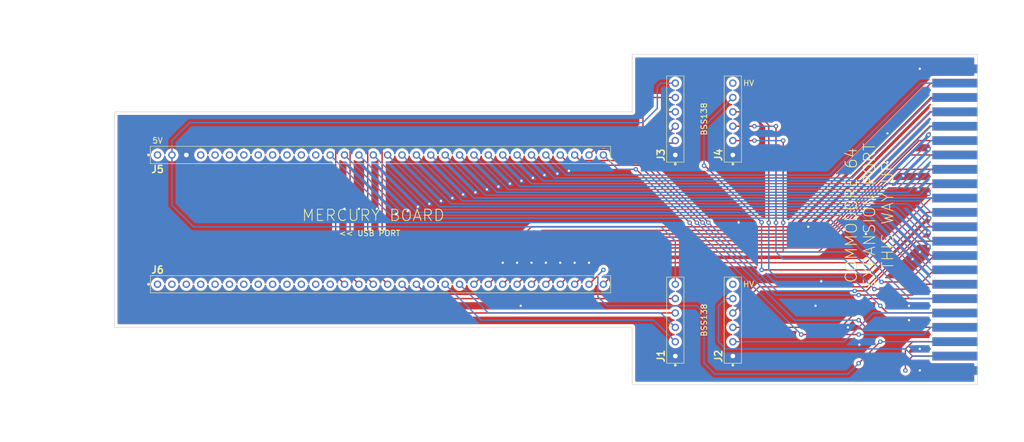
<source format=kicad_pcb>
(kicad_pcb (version 20171130) (host pcbnew "(5.1.12)-1")
  (layers (0 F.Cu signal) (1 In1.Cu_gnd power) (2 In2.Cu_pwr power) (31 B.Cu signal) (34 B.Paste user) (35 F.Paste user) (36 B.SilkS user) (37 F.SilkS user) (38 B.Mask user) (39 F.Mask user) (44 Edge.Cuts user))
  (net 0 "")
  (net 1 C64_1_GND)
  (net 2 /CLK1)
  (net 3 /CLK0)
  (net 4 /DIO5)
  (net 5 /DIO4)
  (net 6 +3V3)
  (net 7 C64_E_PHI2)
  (net 8 C64_6_DOTCLK)
  (net 9 C64_B_ROMH)
  (net 10 C64_11_ROML)
  (net 11 C64_2_5V)
  (net 12 /DIO3)
  (net 13 /DIO2)
  (net 14 /DIO1)
  (net 15 /DIO0)
  (net 16 C64_9_EXROM)
  (net 17 C64_8_GAME)
  (net 18 C64_5_RW)
  (net 19 C64_12_BA)
  (net 20 /MercuryDIP/TCK)
  (net 21 /MercuryDIP/TDO)
  (net 22 /MercuryDIP/TDI)
  (net 23 /MercuryDIP/TMS)
  (net 24 /MercuryDIP/FPGA_PROG)
  (net 25 /MercuryDIP/FPGA_IN_3)
  (net 26 /MercuryDIP/FPGA_IN_2)
  (net 27 /MercuryDIP/FPGA_IN_1)
  (net 28 /MercuryDIP/FPGA_IN_0)
  (net 29 C64_4_IRQ)
  (net 30 C64_7_IO1)
  (net 31 C64_10_IO2)
  (net 32 C64_D_NMI)
  (net 33 C64_13_DMA)
  (net 34 C64_C_RESET)
  (net 35 /MercuryDIP/DIRECT_IO_6)
  (net 36 /MercuryDIP/ADC_VREF)
  (net 37 /MercuryDIP/ADC_CH7)
  (net 38 /MercuryDIP/ADC_CH6)
  (net 39 /MercuryDIP/ADC_CH5)
  (net 40 /MercuryDIP/ADC_CH4)
  (net 41 /MercuryDIP/ADC_CH3)
  (net 42 /MercuryDIP/ADC_CH2)
  (net 43 /MercuryDIP/ADC_CH1)
  (net 44 /MercuryDIP/ADC_CH0)
  (net 45 /MercuryDIP/LED_3)
  (net 46 /MercuryDIP/LED_2)
  (net 47 /MercuryDIP/LED_1)
  (net 48 /MercuryDIP/LED_0)
  (net 49 C64_F_A15)
  (net 50 C64_H_A14)
  (net 51 C64_J_A13)
  (net 52 C64_K_A12)
  (net 53 C64_L_A11)
  (net 54 C64_M_A10)
  (net 55 C64_N_A9)
  (net 56 C64_P_A8)
  (net 57 C64_R_A7)
  (net 58 C64_S_A6)
  (net 59 C64_T_A5)
  (net 60 C64_U_A4)
  (net 61 C64_V_A3)
  (net 62 C64_W_A2)
  (net 63 C64_X_A1)
  (net 64 C64_Y_A0)
  (net 65 /DATA7)
  (net 66 /DATA6)
  (net 67 /DATA5)
  (net 68 /DATA4)
  (net 69 /DATA3)
  (net 70 /DATA2)
  (net 71 /DATA1)
  (net 72 /DATA0)
  (module C64:C64-Cart (layer F.Cu) (at 220.98 116.84 90)
    (fp_text reference C64 hide)
    (fp_text value Conn_02x22_Counter_Clockwise hide)
    (pad N smd rect (at 30.48 -3.938274 90) (size 1.524 8) (layers B.Cu B.Paste B.Mask) (net 55 C64_N_A9))
    (pad P smd rect (at 33.02 -3.938274 90) (size 1.524 8) (layers B.Cu B.Paste B.Mask) (net 56 C64_P_A8))
    (pad T smd rect (at 40.64 -3.938274 90) (size 1.524 8) (layers B.Cu B.Paste B.Mask) (net 59 C64_T_A5))
    (pad S smd rect (at 38.1 -3.938274 90) (size 1.524 8) (layers B.Cu B.Paste B.Mask) (net 58 C64_S_A6))
    (pad R smd rect (at 35.56 -3.938274 90) (size 1.524 8) (layers B.Cu B.Paste B.Mask) (net 57 C64_R_A7))
    (pad Z smd rect (at 55.88 -3.938274 90) (size 1.524 8) (layers B.Cu B.Paste B.Mask) (net 1 C64_1_GND))
    (pad Y smd rect (at 53.34 -3.938274 90) (size 1.524 8) (layers B.Cu B.Paste B.Mask) (net 64 C64_Y_A0))
    (pad X smd rect (at 50.8 -3.938274 90) (size 1.524 8) (layers B.Cu B.Paste B.Mask) (net 63 C64_X_A1))
    (pad W smd rect (at 48.26 -3.938274 90) (size 1.524 8) (layers B.Cu B.Paste B.Mask) (net 62 C64_W_A2))
    (pad V smd rect (at 45.72 -3.938274 90) (size 1.524 8) (layers B.Cu B.Paste B.Mask) (net 61 C64_V_A3))
    (pad U smd rect (at 43.18 -3.938274 90) (size 1.524 8) (layers B.Cu B.Paste B.Mask) (net 60 C64_U_A4))
    (pad A smd rect (at 2.54 -3.938274 90) (size 1.524 8) (layers B.Cu B.Paste B.Mask) (net 1 C64_1_GND))
    (pad E smd rect (at 12.7 -3.938274 90) (size 1.524 8) (layers B.Cu B.Paste B.Mask) (net 7 C64_E_PHI2))
    (pad D smd rect (at 10.16 -3.938274 90) (size 1.524 8) (layers B.Cu B.Paste B.Mask) (net 32 C64_D_NMI))
    (pad C smd rect (at 7.62 -3.938274 90) (size 1.524 8) (layers B.Cu B.Paste B.Mask) (net 34 C64_C_RESET))
    (pad B smd rect (at 5.08 -3.938274 90) (size 1.524 8) (layers B.Cu B.Paste B.Mask) (net 9 C64_B_ROMH))
    (pad M smd rect (at 27.94 -3.938274 90) (size 1.524 8) (layers B.Cu B.Paste B.Mask) (net 54 C64_M_A10))
    (pad L smd rect (at 25.4 -3.938274 90) (size 1.524 8) (layers B.Cu B.Paste B.Mask) (net 53 C64_L_A11))
    (pad K smd rect (at 22.86 -3.938274 90) (size 1.524 8) (layers B.Cu B.Paste B.Mask) (net 52 C64_K_A12))
    (pad J smd rect (at 20.32 -3.938274 90) (size 1.524 8) (layers B.Cu B.Paste B.Mask) (net 51 C64_J_A13))
    (pad H smd rect (at 17.78 -3.938274 90) (size 1.524 8) (layers B.Cu B.Paste B.Mask) (net 50 C64_H_A14))
    (pad F smd rect (at 15.24 -3.938274 90) (size 1.524 8) (layers B.Cu B.Paste B.Mask) (net 49 C64_F_A15))
    (pad 22 smd rect (at 55.88 -3.938274 270) (size 1.524 8) (layers F.Cu F.Paste F.Mask) (net 1 C64_1_GND))
    (pad 21 smd rect (at 53.34 -3.938274 270) (size 1.524 8) (layers F.Cu F.Paste F.Mask) (net 72 /DATA0))
    (pad 20 smd rect (at 50.8 -3.938274 270) (size 1.524 8) (layers F.Cu F.Paste F.Mask) (net 71 /DATA1))
    (pad 19 smd rect (at 48.26 -3.938274 270) (size 1.524 8) (layers F.Cu F.Paste F.Mask) (net 70 /DATA2))
    (pad 18 smd rect (at 45.72 -3.938274 270) (size 1.524 8) (layers F.Cu F.Paste F.Mask) (net 69 /DATA3))
    (pad 17 smd rect (at 43.18 -3.938274 270) (size 1.524 8) (layers F.Cu F.Paste F.Mask) (net 68 /DATA4))
    (pad 16 smd rect (at 40.64 -3.938274 270) (size 1.524 8) (layers F.Cu F.Paste F.Mask) (net 67 /DATA5))
    (pad 15 smd rect (at 38.1 -3.938274 270) (size 1.524 8) (layers F.Cu F.Paste F.Mask) (net 66 /DATA6))
    (pad 3 smd rect (at 7.62 -3.938274 270) (size 1.524 8) (layers F.Cu F.Paste F.Mask) (net 11 C64_2_5V))
    (pad 2 smd rect (at 5.08 -3.938274 270) (size 1.524 8) (layers F.Cu F.Paste F.Mask) (net 11 C64_2_5V))
    (pad 12 smd rect (at 30.48 -3.938274 270) (size 1.524 8) (layers F.Cu F.Paste F.Mask) (net 19 C64_12_BA))
    (pad 14 smd rect (at 35.56 -3.938274 270) (size 1.524 8) (layers F.Cu F.Paste F.Mask) (net 65 /DATA7))
    (pad 13 smd rect (at 33.02 -3.938274 270) (size 1.524 8) (layers F.Cu F.Paste F.Mask) (net 33 C64_13_DMA))
    (pad 11 smd rect (at 27.94 -3.938274 270) (size 1.524 8) (layers F.Cu F.Paste F.Mask) (net 10 C64_11_ROML))
    (pad 10 smd rect (at 25.4 -3.938274 270) (size 1.524 8) (layers F.Cu F.Paste F.Mask) (net 31 C64_10_IO2))
    (pad 9 smd rect (at 22.86 -3.938274 270) (size 1.524 8) (layers F.Cu F.Paste F.Mask) (net 16 C64_9_EXROM))
    (pad 8 smd rect (at 20.32 -3.938274 270) (size 1.524 8) (layers F.Cu F.Paste F.Mask) (net 17 C64_8_GAME))
    (pad 7 smd rect (at 17.78 -3.938274 270) (size 1.524 8) (layers F.Cu F.Paste F.Mask) (net 30 C64_7_IO1))
    (pad 6 smd rect (at 15.24 -3.938274 270) (size 1.524 8) (layers F.Cu F.Paste F.Mask) (net 8 C64_6_DOTCLK))
    (pad 5 smd rect (at 12.7 -3.938274 270) (size 1.524 8) (layers F.Cu F.Paste F.Mask) (net 18 C64_5_RW))
    (pad 4 smd rect (at 10.16 -3.938274 270) (size 1.524 8) (layers F.Cu F.Paste F.Mask) (net 29 C64_4_IRQ))
    (pad 1 smd rect (at 2.54 -3.938274 270) (size 1.524 8) (layers F.Cu F.Paste F.Mask) (net 1 C64_1_GND))
  )
  (module Samac:CES-106-XX-Y-S (layer F.Cu) (at 177.8 76.2 90)
    (fp_text reference J4 (at 0 -2.54 90) (layer F.SilkS) (effects (font (size 1.27 1.27) (thickness 0.254))))
    (fp_text value CES-106-01-T-S hide)
    (fp_circle (center -1.6 0) (end -1.6 0.05) (layer F.SilkS) (width 0.2))
    (fp_line (start -1.27 1.525) (end -1.27 -1.525) (layer F.SilkS) (width 0.1))
    (fp_line (start 13.97 1.525) (end -1.27 1.525) (layer F.SilkS) (width 0.1))
    (fp_line (start 13.97 -1.525) (end 13.97 1.525) (layer F.SilkS) (width 0.1))
    (fp_line (start -1.27 -1.525) (end 13.97 -1.525) (layer F.SilkS) (width 0.1))
    (pad 6 thru_hole circle (at 12.7 0 90) (size 1.31 1.31) (drill 0.81) (layers *.Cu *.Mask) (net 11 C64_2_5V))
    (pad 5 thru_hole circle (at 10.16 0 90) (size 1.31 1.31) (drill 0.81) (layers *.Cu *.Mask) (net 19 C64_12_BA))
    (pad 4 thru_hole circle (at 7.62 0 90) (size 1.31 1.31) (drill 0.81) (layers *.Cu *.Mask) (net 18 C64_5_RW))
    (pad 3 thru_hole circle (at 5.08 0 90) (size 1.31 1.31) (drill 0.81) (layers *.Cu *.Mask) (net 17 C64_8_GAME))
    (pad 2 thru_hole circle (at 2.54 0 90) (size 1.31 1.31) (drill 0.81) (layers *.Cu *.Mask) (net 16 C64_9_EXROM))
    (pad 1 thru_hole circle (at 0 0 90) (size 1.31 1.31) (drill 0.81) (layers *.Cu *.Mask) (net 1 C64_1_GND))
  )
  (module Samac:CES-106-XX-Y-S (layer F.Cu) (at 167.64 111.76 90)
    (fp_text reference J1 (at 0 -2.54 90) (layer F.SilkS) (effects (font (size 1.27 1.27) (thickness 0.254))))
    (fp_text value CES-106-01-T-S hide)
    (fp_circle (center -1.6 0) (end -1.6 0.05) (layer F.SilkS) (width 0.2))
    (fp_line (start -1.27 1.525) (end -1.27 -1.525) (layer F.SilkS) (width 0.1))
    (fp_line (start 13.97 1.525) (end -1.27 1.525) (layer F.SilkS) (width 0.1))
    (fp_line (start 13.97 -1.525) (end 13.97 1.525) (layer F.SilkS) (width 0.1))
    (fp_line (start -1.27 -1.525) (end 13.97 -1.525) (layer F.SilkS) (width 0.1))
    (pad 6 thru_hole circle (at 12.7 0 90) (size 1.31 1.31) (drill 0.81) (layers *.Cu *.Mask) (net 6 +3V3))
    (pad 5 thru_hole circle (at 10.16 0 90) (size 1.31 1.31) (drill 0.81) (layers *.Cu *.Mask) (net 4 /DIO5))
    (pad 4 thru_hole circle (at 7.62 0 90) (size 1.31 1.31) (drill 0.81) (layers *.Cu *.Mask) (net 5 /DIO4))
    (pad 3 thru_hole circle (at 5.08 0 90) (size 1.31 1.31) (drill 0.81) (layers *.Cu *.Mask) (net 2 /CLK1))
    (pad 2 thru_hole circle (at 2.54 0 90) (size 1.31 1.31) (drill 0.81) (layers *.Cu *.Mask) (net 3 /CLK0))
    (pad 1 thru_hole circle (at 0 0 90) (size 1.31 1.31) (drill 0.81) (layers *.Cu *.Mask) (net 1 C64_1_GND))
  )
  (module Samac:CES-106-XX-Y-S (layer F.Cu) (at 177.8 111.76 90)
    (fp_text reference J2 (at 0 -2.54 90) (layer F.SilkS) (effects (font (size 1.27 1.27) (thickness 0.254))))
    (fp_text value CES-106-01-T-S hide)
    (fp_circle (center -1.6 0) (end -1.6 0.05) (layer F.SilkS) (width 0.2))
    (fp_line (start -1.27 1.525) (end -1.27 -1.525) (layer F.SilkS) (width 0.1))
    (fp_line (start 13.97 1.525) (end -1.27 1.525) (layer F.SilkS) (width 0.1))
    (fp_line (start 13.97 -1.525) (end 13.97 1.525) (layer F.SilkS) (width 0.1))
    (fp_line (start -1.27 -1.525) (end 13.97 -1.525) (layer F.SilkS) (width 0.1))
    (pad 6 thru_hole circle (at 12.7 0 90) (size 1.31 1.31) (drill 0.81) (layers *.Cu *.Mask) (net 11 C64_2_5V))
    (pad 5 thru_hole circle (at 10.16 0 90) (size 1.31 1.31) (drill 0.81) (layers *.Cu *.Mask) (net 9 C64_B_ROMH))
    (pad 4 thru_hole circle (at 7.62 0 90) (size 1.31 1.31) (drill 0.81) (layers *.Cu *.Mask) (net 10 C64_11_ROML))
    (pad 3 thru_hole circle (at 5.08 0 90) (size 1.31 1.31) (drill 0.81) (layers *.Cu *.Mask) (net 8 C64_6_DOTCLK))
    (pad 2 thru_hole circle (at 2.54 0 90) (size 1.31 1.31) (drill 0.81) (layers *.Cu *.Mask) (net 7 C64_E_PHI2))
    (pad 1 thru_hole circle (at 0 0 90) (size 1.31 1.31) (drill 0.81) (layers *.Cu *.Mask) (net 1 C64_1_GND))
  )
  (module Samac:CES-132-XX-Y-S (layer F.Cu) (at 76.2 99.06)
    (fp_text reference J6 (at 0 -2.54) (layer F.SilkS) (effects (font (size 1.27 1.27) (thickness 0.254))))
    (fp_text value CES-132-02-T-S hide)
    (fp_circle (center -1.6 0) (end -1.6 0.05) (layer F.SilkS) (width 0.2))
    (fp_line (start -1.27 1.525) (end -1.27 -1.525) (layer F.SilkS) (width 0.1))
    (fp_line (start 80.01 1.525) (end -1.27 1.525) (layer F.SilkS) (width 0.1))
    (fp_line (start 80.01 -1.525) (end 80.01 1.525) (layer F.SilkS) (width 0.1))
    (fp_line (start -1.27 -1.525) (end 80.01 -1.525) (layer F.SilkS) (width 0.1))
    (pad 32 thru_hole circle (at 78.74 0) (size 1.31 1.31) (drill 0.81) (layers *.Cu *.Mask) (net 33 C64_13_DMA))
    (pad 31 thru_hole circle (at 76.2 0) (size 1.31 1.31) (drill 0.81) (layers *.Cu *.Mask) (net 34 C64_C_RESET))
    (pad 30 thru_hole circle (at 73.66 0) (size 1.31 1.31) (drill 0.81) (layers *.Cu *.Mask) (net 65 /DATA7))
    (pad 29 thru_hole circle (at 71.12 0) (size 1.31 1.31) (drill 0.81) (layers *.Cu *.Mask) (net 66 /DATA6))
    (pad 28 thru_hole circle (at 68.58 0) (size 1.31 1.31) (drill 0.81) (layers *.Cu *.Mask) (net 67 /DATA5))
    (pad 27 thru_hole circle (at 66.04 0) (size 1.31 1.31) (drill 0.81) (layers *.Cu *.Mask) (net 68 /DATA4))
    (pad 26 thru_hole circle (at 63.5 0) (size 1.31 1.31) (drill 0.81) (layers *.Cu *.Mask) (net 69 /DATA3))
    (pad 25 thru_hole circle (at 60.96 0) (size 1.31 1.31) (drill 0.81) (layers *.Cu *.Mask) (net 70 /DATA2))
    (pad 24 thru_hole circle (at 58.42 0) (size 1.31 1.31) (drill 0.81) (layers *.Cu *.Mask) (net 71 /DATA1))
    (pad 23 thru_hole circle (at 55.88 0) (size 1.31 1.31) (drill 0.81) (layers *.Cu *.Mask) (net 72 /DATA0))
    (pad 22 thru_hole circle (at 53.34 0) (size 1.31 1.31) (drill 0.81) (layers *.Cu *.Mask) (net 2 /CLK1))
    (pad 21 thru_hole circle (at 50.8 0) (size 1.31 1.31) (drill 0.81) (layers *.Cu *.Mask) (net 3 /CLK0))
    (pad 20 thru_hole circle (at 48.26 0) (size 1.31 1.31) (drill 0.81) (layers *.Cu *.Mask) (net 35 /MercuryDIP/DIRECT_IO_6))
    (pad 19 thru_hole circle (at 45.72 0) (size 1.31 1.31) (drill 0.81) (layers *.Cu *.Mask) (net 4 /DIO5))
    (pad 18 thru_hole circle (at 43.18 0) (size 1.31 1.31) (drill 0.81) (layers *.Cu *.Mask) (net 5 /DIO4))
    (pad 17 thru_hole circle (at 40.64 0) (size 1.31 1.31) (drill 0.81) (layers *.Cu *.Mask) (net 12 /DIO3))
    (pad 16 thru_hole circle (at 38.1 0) (size 1.31 1.31) (drill 0.81) (layers *.Cu *.Mask) (net 13 /DIO2))
    (pad 15 thru_hole circle (at 35.56 0) (size 1.31 1.31) (drill 0.81) (layers *.Cu *.Mask) (net 14 /DIO1))
    (pad 14 thru_hole circle (at 33.02 0) (size 1.31 1.31) (drill 0.81) (layers *.Cu *.Mask) (net 15 /DIO0))
    (pad 13 thru_hole circle (at 30.48 0) (size 1.31 1.31) (drill 0.81) (layers *.Cu *.Mask) (net 36 /MercuryDIP/ADC_VREF))
    (pad 12 thru_hole circle (at 27.94 0) (size 1.31 1.31) (drill 0.81) (layers *.Cu *.Mask) (net 37 /MercuryDIP/ADC_CH7))
    (pad 11 thru_hole circle (at 25.4 0) (size 1.31 1.31) (drill 0.81) (layers *.Cu *.Mask) (net 38 /MercuryDIP/ADC_CH6))
    (pad 10 thru_hole circle (at 22.86 0) (size 1.31 1.31) (drill 0.81) (layers *.Cu *.Mask) (net 39 /MercuryDIP/ADC_CH5))
    (pad 9 thru_hole circle (at 20.32 0) (size 1.31 1.31) (drill 0.81) (layers *.Cu *.Mask) (net 40 /MercuryDIP/ADC_CH4))
    (pad 8 thru_hole circle (at 17.78 0) (size 1.31 1.31) (drill 0.81) (layers *.Cu *.Mask) (net 41 /MercuryDIP/ADC_CH3))
    (pad 7 thru_hole circle (at 15.24 0) (size 1.31 1.31) (drill 0.81) (layers *.Cu *.Mask) (net 42 /MercuryDIP/ADC_CH2))
    (pad 6 thru_hole circle (at 12.7 0) (size 1.31 1.31) (drill 0.81) (layers *.Cu *.Mask) (net 43 /MercuryDIP/ADC_CH1))
    (pad 5 thru_hole circle (at 10.16 0) (size 1.31 1.31) (drill 0.81) (layers *.Cu *.Mask) (net 44 /MercuryDIP/ADC_CH0))
    (pad 4 thru_hole circle (at 7.62 0) (size 1.31 1.31) (drill 0.81) (layers *.Cu *.Mask) (net 45 /MercuryDIP/LED_3))
    (pad 3 thru_hole circle (at 5.08 0) (size 1.31 1.31) (drill 0.81) (layers *.Cu *.Mask) (net 46 /MercuryDIP/LED_2))
    (pad 2 thru_hole circle (at 2.54 0) (size 1.31 1.31) (drill 0.81) (layers *.Cu *.Mask) (net 47 /MercuryDIP/LED_1))
    (pad 1 thru_hole circle (at 0 0) (size 1.31 1.31) (drill 0.81) (layers *.Cu *.Mask) (net 48 /MercuryDIP/LED_0))
  )
  (module Samac:CES-132-XX-Y-S (layer F.Cu) (at 76.2 76.2)
    (fp_text reference J5 (at 0 2.54) (layer F.SilkS) (effects (font (size 1.27 1.27) (thickness 0.254))))
    (fp_text value CES-132-02-T-S hide)
    (fp_circle (center -1.6 0) (end -1.6 0.05) (layer F.SilkS) (width 0.2))
    (fp_line (start -1.27 1.525) (end -1.27 -1.525) (layer F.SilkS) (width 0.1))
    (fp_line (start 80.01 1.525) (end -1.27 1.525) (layer F.SilkS) (width 0.1))
    (fp_line (start 80.01 -1.525) (end 80.01 1.525) (layer F.SilkS) (width 0.1))
    (fp_line (start -1.27 -1.525) (end 80.01 -1.525) (layer F.SilkS) (width 0.1))
    (pad 32 thru_hole circle (at 78.74 0) (size 1.31 1.31) (drill 0.81) (layers *.Cu *.Mask) (net 32 C64_D_NMI))
    (pad 31 thru_hole circle (at 76.2 0) (size 1.31 1.31) (drill 0.81) (layers *.Cu *.Mask) (net 31 C64_10_IO2))
    (pad 30 thru_hole circle (at 73.66 0) (size 1.31 1.31) (drill 0.81) (layers *.Cu *.Mask) (net 30 C64_7_IO1))
    (pad 29 thru_hole circle (at 71.12 0) (size 1.31 1.31) (drill 0.81) (layers *.Cu *.Mask) (net 29 C64_4_IRQ))
    (pad 28 thru_hole circle (at 68.58 0) (size 1.31 1.31) (drill 0.81) (layers *.Cu *.Mask) (net 64 C64_Y_A0))
    (pad 27 thru_hole circle (at 66.04 0) (size 1.31 1.31) (drill 0.81) (layers *.Cu *.Mask) (net 63 C64_X_A1))
    (pad 26 thru_hole circle (at 63.5 0) (size 1.31 1.31) (drill 0.81) (layers *.Cu *.Mask) (net 62 C64_W_A2))
    (pad 25 thru_hole circle (at 60.96 0) (size 1.31 1.31) (drill 0.81) (layers *.Cu *.Mask) (net 61 C64_V_A3))
    (pad 24 thru_hole circle (at 58.42 0) (size 1.31 1.31) (drill 0.81) (layers *.Cu *.Mask) (net 60 C64_U_A4))
    (pad 23 thru_hole circle (at 55.88 0) (size 1.31 1.31) (drill 0.81) (layers *.Cu *.Mask) (net 59 C64_T_A5))
    (pad 22 thru_hole circle (at 53.34 0) (size 1.31 1.31) (drill 0.81) (layers *.Cu *.Mask) (net 58 C64_S_A6))
    (pad 21 thru_hole circle (at 50.8 0) (size 1.31 1.31) (drill 0.81) (layers *.Cu *.Mask) (net 57 C64_R_A7))
    (pad 20 thru_hole circle (at 48.26 0) (size 1.31 1.31) (drill 0.81) (layers *.Cu *.Mask) (net 56 C64_P_A8))
    (pad 19 thru_hole circle (at 45.72 0) (size 1.31 1.31) (drill 0.81) (layers *.Cu *.Mask) (net 55 C64_N_A9))
    (pad 18 thru_hole circle (at 43.18 0) (size 1.31 1.31) (drill 0.81) (layers *.Cu *.Mask) (net 54 C64_M_A10))
    (pad 17 thru_hole circle (at 40.64 0) (size 1.31 1.31) (drill 0.81) (layers *.Cu *.Mask) (net 53 C64_L_A11))
    (pad 16 thru_hole circle (at 38.1 0) (size 1.31 1.31) (drill 0.81) (layers *.Cu *.Mask) (net 52 C64_K_A12))
    (pad 15 thru_hole circle (at 35.56 0) (size 1.31 1.31) (drill 0.81) (layers *.Cu *.Mask) (net 51 C64_J_A13))
    (pad 14 thru_hole circle (at 33.02 0) (size 1.31 1.31) (drill 0.81) (layers *.Cu *.Mask) (net 50 C64_H_A14))
    (pad 13 thru_hole circle (at 30.48 0) (size 1.31 1.31) (drill 0.81) (layers *.Cu *.Mask) (net 49 C64_F_A15))
    (pad 12 thru_hole circle (at 27.94 0) (size 1.31 1.31) (drill 0.81) (layers *.Cu *.Mask) (net 28 /MercuryDIP/FPGA_IN_0))
    (pad 11 thru_hole circle (at 25.4 0) (size 1.31 1.31) (drill 0.81) (layers *.Cu *.Mask) (net 27 /MercuryDIP/FPGA_IN_1))
    (pad 10 thru_hole circle (at 22.86 0) (size 1.31 1.31) (drill 0.81) (layers *.Cu *.Mask) (net 26 /MercuryDIP/FPGA_IN_2))
    (pad 9 thru_hole circle (at 20.32 0) (size 1.31 1.31) (drill 0.81) (layers *.Cu *.Mask) (net 25 /MercuryDIP/FPGA_IN_3))
    (pad 8 thru_hole circle (at 17.78 0) (size 1.31 1.31) (drill 0.81) (layers *.Cu *.Mask) (net 24 /MercuryDIP/FPGA_PROG))
    (pad 7 thru_hole circle (at 15.24 0) (size 1.31 1.31) (drill 0.81) (layers *.Cu *.Mask) (net 23 /MercuryDIP/TMS))
    (pad 6 thru_hole circle (at 12.7 0) (size 1.31 1.31) (drill 0.81) (layers *.Cu *.Mask) (net 22 /MercuryDIP/TDI))
    (pad 5 thru_hole circle (at 10.16 0) (size 1.31 1.31) (drill 0.81) (layers *.Cu *.Mask) (net 21 /MercuryDIP/TDO))
    (pad 4 thru_hole circle (at 7.62 0) (size 1.31 1.31) (drill 0.81) (layers *.Cu *.Mask) (net 20 /MercuryDIP/TCK))
    (pad 3 thru_hole circle (at 5.08 0) (size 1.31 1.31) (drill 0.81) (layers *.Cu *.Mask) (net 1 C64_1_GND))
    (pad 2 thru_hole circle (at 2.54 0) (size 1.31 1.31) (drill 0.81) (layers *.Cu *.Mask) (net 6 +3V3))
    (pad 1 thru_hole circle (at 0 0) (size 1.31 1.31) (drill 0.81) (layers *.Cu *.Mask) (net 11 C64_2_5V))
  )
  (module Samac:CES-106-XX-Y-S (layer F.Cu) (at 167.64 76.2 90)
    (fp_text reference J3 (at 0 -2.54 90) (layer F.SilkS) (effects (font (size 1.27 1.27) (thickness 0.254))))
    (fp_text value CES-106-01-T-S hide)
    (fp_circle (center -1.6 0) (end -1.6 0.05) (layer F.SilkS) (width 0.2))
    (fp_line (start -1.27 1.525) (end -1.27 -1.525) (layer F.SilkS) (width 0.1))
    (fp_line (start 13.97 1.525) (end -1.27 1.525) (layer F.SilkS) (width 0.1))
    (fp_line (start 13.97 -1.525) (end 13.97 1.525) (layer F.SilkS) (width 0.1))
    (fp_line (start -1.27 -1.525) (end 13.97 -1.525) (layer F.SilkS) (width 0.1))
    (pad 6 thru_hole circle (at 12.7 0 90) (size 1.31 1.31) (drill 0.81) (layers *.Cu *.Mask) (net 6 +3V3))
    (pad 5 thru_hole circle (at 10.16 0 90) (size 1.31 1.31) (drill 0.81) (layers *.Cu *.Mask) (net 15 /DIO0))
    (pad 4 thru_hole circle (at 7.62 0 90) (size 1.31 1.31) (drill 0.81) (layers *.Cu *.Mask) (net 14 /DIO1))
    (pad 3 thru_hole circle (at 5.08 0 90) (size 1.31 1.31) (drill 0.81) (layers *.Cu *.Mask) (net 13 /DIO2))
    (pad 2 thru_hole circle (at 2.54 0 90) (size 1.31 1.31) (drill 0.81) (layers *.Cu *.Mask) (net 12 /DIO3))
    (pad 1 thru_hole circle (at 0 0 90) (size 1.31 1.31) (drill 0.81) (layers *.Cu *.Mask) (net 1 C64_1_GND))
  )
  (gr_text "<< USB PORT" (at 113.665 90.043) (layer F.SilkS) (effects (font (size 1 1))))
  (gr_text "COMMODORE 64\nEXPANSION PORT\nTHIS WAY UP" (at 201.93 86.868 90) (layer F.SilkS) (effects (font (size 2 2))))
  (gr_text HV (at 180.594 63.5) (layer F.SilkS) (effects (font (size 1 1))))
  (gr_text HV (at 180.594 99.06) (layer F.SilkS) (effects (font (size 1 1))))
  (gr_text BSS138 (at 172.72 105.41 90) (layer F.SilkS) (effects (font (size 1 1))))
  (gr_text BSS138 (at 172.72 69.85 90) (layer F.SilkS) (effects (font (size 1 1))))
  (gr_text "MERCURY BOARD" (at 114.3 86.868) (layer F.SilkS) (effects (font (size 2 2))))
  (gr_text 5V (at 76.2 73.66) (layer F.SilkS) (effects (font (size 1 1))))
  (gr_line (start 220.98 58.42) (end 220.98 116.84) (layer Edge.Cuts) (width 0.1))
  (gr_line (start 160.02 58.42) (end 220.98 58.42) (layer Edge.Cuts) (width 0.1))
  (gr_line (start 160.02 68.58) (end 160.02 58.42) (layer Edge.Cuts) (width 0.1))
  (gr_line (start 68.58 68.58) (end 160.02 68.58) (layer Edge.Cuts) (width 0.1))
  (gr_line (start 68.58 106.68) (end 68.58 68.58) (layer Edge.Cuts) (width 0.1))
  (gr_line (start 160.02 106.68) (end 68.58 106.68) (layer Edge.Cuts) (width 0.1))
  (gr_line (start 160.02 116.84) (end 160.02 106.68) (layer Edge.Cuts) (width 0.1))
  (gr_line (start 220.98 116.84) (end 160.02 116.84) (layer Edge.Cuts) (width 0.1))
  (via (at 140.335 102.87) (size 0.8) (drill 0.4) (layers F.Cu B.Cu) (net 1))
  (via (at 210.82 60.96) (size 0.8) (drill 0.4) (layers F.Cu B.Cu) (net 1))
  (via (at 210.82 114.3) (size 0.8) (drill 0.4) (layers F.Cu B.Cu) (net 1))
  (segment (start 210.82 114.3) (end 217.041726 114.3) (width 0.25) (layer F.Cu) (net 1))
  (segment (start 210.82 60.96) (end 217.041726 60.96) (width 0.25) (layer F.Cu) (net 1))
  (segment (start 210.82 114.3) (end 217.041726 114.3) (width 0.25) (layer B.Cu) (net 1))
  (segment (start 210.82 60.96) (end 217.041726 60.96) (width 0.25) (layer B.Cu) (net 1))
  (via (at 130.175 83.185) (size 0.8) (drill 0.4) (layers F.Cu B.Cu) (net 1))
  (via (at 114.935 85.725) (size 0.8) (drill 0.4) (layers F.Cu B.Cu) (net 1))
  (via (at 111.76 85.725) (size 0.8) (drill 0.4) (layers F.Cu B.Cu) (net 1))
  (via (at 109.22 85.725) (size 0.8) (drill 0.4) (layers F.Cu B.Cu) (net 1))
  (via (at 192.405 102.87) (size 0.8) (drill 0.4) (layers F.Cu B.Cu) (net 1))
  (via (at 201.295 90.17) (size 0.8) (drill 0.4) (layers F.Cu B.Cu) (net 1))
  (via (at 205.105 72.39) (size 0.8) (drill 0.4) (layers F.Cu B.Cu) (net 1))
  (via (at 205.105 77.47) (size 0.8) (drill 0.4) (layers F.Cu B.Cu) (net 1))
  (via (at 207.899 79.883) (size 0.8) (drill 0.4) (layers F.Cu B.Cu) (net 1))
  (via (at 210.312 80.01) (size 0.8) (drill 0.4) (layers F.Cu B.Cu) (net 1))
  (via (at 208.915 105.41) (size 0.8) (drill 0.4) (layers F.Cu B.Cu) (net 1))
  (via (at 208.915 102.87) (size 0.8) (drill 0.4) (layers F.Cu B.Cu) (net 1))
  (via (at 142.24 95.25) (size 0.8) (drill 0.4) (layers F.Cu B.Cu) (net 1))
  (via (at 139.7 95.25) (size 0.8) (drill 0.4) (layers F.Cu B.Cu) (net 1))
  (via (at 137.16 95.25) (size 0.8) (drill 0.4) (layers F.Cu B.Cu) (net 1))
  (via (at 144.78 95.25) (size 0.8) (drill 0.4) (layers F.Cu B.Cu) (net 1))
  (via (at 147.32 95.25) (size 0.8) (drill 0.4) (layers F.Cu B.Cu) (net 1))
  (via (at 149.86 95.25) (size 0.8) (drill 0.4) (layers F.Cu B.Cu) (net 1))
  (via (at 152.4 95.25) (size 0.8) (drill 0.4) (layers F.Cu B.Cu) (net 1))
  (via (at 178.816 88.138) (size 0.8) (drill 0.4) (layers F.Cu B.Cu) (net 1))
  (via (at 191.135 88.9) (size 0.8) (drill 0.4) (layers F.Cu B.Cu) (net 1))
  (via (at 198.12 106.68) (size 0.8) (drill 0.4) (layers F.Cu B.Cu) (net 1))
  (via (at 210.82 93.345) (size 0.8) (drill 0.4) (layers F.Cu B.Cu) (net 1))
  (via (at 209.55 94.615) (size 0.8) (drill 0.4) (layers F.Cu B.Cu) (net 1))
  (via (at 212.344 89.916) (size 0.8) (drill 0.4) (layers F.Cu B.Cu) (net 1))
  (via (at 212.344 92.329) (size 0.8) (drill 0.4) (layers F.Cu B.Cu) (net 1))
  (via (at 212.471 87.376) (size 0.8) (drill 0.4) (layers F.Cu B.Cu) (net 1))
  (via (at 210.566 82.296) (size 0.8) (drill 0.4) (layers F.Cu B.Cu) (net 1))
  (via (at 212.344 83.058) (size 0.8) (drill 0.4) (layers F.Cu B.Cu) (net 1))
  (via (at 212.344 72.644) (size 0.8) (drill 0.4) (layers F.Cu B.Cu) (net 1))
  (via (at 210.82 110.49) (size 0.8) (drill 0.4) (layers F.Cu B.Cu) (net 1))
  (via (at 200.152 109.728) (size 0.8) (drill 0.4) (layers F.Cu B.Cu) (net 1))
  (via (at 132.334 82.804) (size 0.8) (drill 0.4) (layers F.Cu B.Cu) (net 1))
  (via (at 146.812 79.502) (size 0.8) (drill 0.4) (layers F.Cu B.Cu) (net 1))
  (via (at 144.526 79.756) (size 0.8) (drill 0.4) (layers F.Cu B.Cu) (net 1))
  (via (at 142.494 80.264) (size 0.8) (drill 0.4) (layers F.Cu B.Cu) (net 1))
  (via (at 140.462 80.772) (size 0.8) (drill 0.4) (layers F.Cu B.Cu) (net 1))
  (via (at 138.43 81.28) (size 0.8) (drill 0.4) (layers F.Cu B.Cu) (net 1))
  (via (at 148.844 78.994) (size 0.8) (drill 0.4) (layers F.Cu B.Cu) (net 1))
  (via (at 136.398 81.788) (size 0.8) (drill 0.4) (layers F.Cu B.Cu) (net 1))
  (via (at 134.366 82.296) (size 0.8) (drill 0.4) (layers F.Cu B.Cu) (net 1))
  (via (at 128.27 83.82) (size 0.8) (drill 0.4) (layers F.Cu B.Cu) (net 1))
  (via (at 126.238 84.328) (size 0.8) (drill 0.4) (layers F.Cu B.Cu) (net 1))
  (via (at 124.206 84.836) (size 0.8) (drill 0.4) (layers F.Cu B.Cu) (net 1))
  (via (at 122.174 85.344) (size 0.8) (drill 0.4) (layers F.Cu B.Cu) (net 1))
  (via (at 120.396 86.106) (size 0.8) (drill 0.4) (layers F.Cu B.Cu) (net 1))
  (via (at 118.364 86.614) (size 0.8) (drill 0.4) (layers F.Cu B.Cu) (net 1))
  (via (at 193.421 98.552) (size 0.8) (drill 0.4) (layers F.Cu B.Cu) (net 1))
  (via (at 212.344 75.184) (size 0.8) (drill 0.4) (layers F.Cu B.Cu) (net 1))
  (segment (start 129.54 99.06) (end 134.62 104.14) (width 0.25) (layer B.Cu) (net 2))
  (segment (start 165.1 104.14) (end 167.64 106.68) (width 0.25) (layer B.Cu) (net 2))
  (segment (start 134.62 104.14) (end 165.1 104.14) (width 0.25) (layer B.Cu) (net 2))
  (segment (start 167.64 109.22) (end 163.83 105.41) (width 0.25) (layer B.Cu) (net 3))
  (segment (start 133.35 105.41) (end 127 99.06) (width 0.25) (layer B.Cu) (net 3))
  (segment (start 163.83 105.41) (end 133.35 105.41) (width 0.25) (layer B.Cu) (net 3))
  (segment (start 124.46 101.6) (end 167.64 101.6) (width 0.25) (layer F.Cu) (net 4))
  (segment (start 121.92 99.06) (end 124.46 101.6) (width 0.25) (layer F.Cu) (net 4))
  (segment (start 124.46 104.14) (end 119.38 99.06) (width 0.25) (layer F.Cu) (net 5))
  (segment (start 167.64 104.14) (end 124.46 104.14) (width 0.25) (layer F.Cu) (net 5))
  (segment (start 78.74 76.2) (end 78.74 85.09) (width 0.25) (layer B.Cu) (net 6))
  (segment (start 78.74 85.09) (end 82.55 88.9) (width 0.25) (layer B.Cu) (net 6))
  (segment (start 82.55 88.9) (end 165.1 88.9) (width 0.25) (layer B.Cu) (net 6))
  (segment (start 167.64 91.44) (end 167.64 99.06) (width 0.25) (layer B.Cu) (net 6))
  (segment (start 165.1 88.9) (end 167.64 91.44) (width 0.25) (layer B.Cu) (net 6))
  (segment (start 164.465 64.135) (end 165.1 63.5) (width 0.25) (layer B.Cu) (net 6))
  (segment (start 165.1 63.5) (end 167.64 63.5) (width 0.25) (layer B.Cu) (net 6))
  (segment (start 161.925 70.485) (end 164.465 67.945) (width 0.25) (layer B.Cu) (net 6))
  (segment (start 78.74 73.66) (end 81.915 70.485) (width 0.25) (layer B.Cu) (net 6))
  (segment (start 164.465 67.945) (end 164.465 64.135) (width 0.25) (layer B.Cu) (net 6))
  (segment (start 81.915 70.485) (end 161.925 70.485) (width 0.25) (layer B.Cu) (net 6))
  (segment (start 78.74 76.2) (end 78.74 73.66) (width 0.25) (layer B.Cu) (net 6))
  (segment (start 177.8 109.22) (end 197.485 109.22) (width 0.25) (layer B.Cu) (net 7))
  (segment (start 202.565 104.14) (end 217.041726 104.14) (width 0.25) (layer B.Cu) (net 7))
  (segment (start 197.485 109.22) (end 202.565 104.14) (width 0.25) (layer B.Cu) (net 7))
  (segment (start 208.40559 101.6) (end 217.041726 101.6) (width 0.25) (layer F.Cu) (net 8))
  (segment (start 177.8 106.68) (end 196.85 106.68) (width 0.25) (layer F.Cu) (net 8))
  (segment (start 196.85 106.68) (end 201.93 101.6) (width 0.25) (layer F.Cu) (net 8))
  (segment (start 201.93 101.6) (end 208.40559 101.6) (width 0.25) (layer F.Cu) (net 8))
  (segment (start 176.53 101.6) (end 177.8 101.6) (width 0.25) (layer B.Cu) (net 9))
  (segment (start 175.26 102.87) (end 176.53 101.6) (width 0.25) (layer B.Cu) (net 9))
  (segment (start 175.26 109.22) (end 175.26 102.87) (width 0.25) (layer B.Cu) (net 9))
  (segment (start 176.53 110.49) (end 175.26 109.22) (width 0.25) (layer B.Cu) (net 9))
  (segment (start 208.28 110.49) (end 176.53 110.49) (width 0.25) (layer B.Cu) (net 9))
  (segment (start 209.55 111.76) (end 208.28 110.49) (width 0.25) (layer B.Cu) (net 9))
  (segment (start 217.041726 111.76) (end 209.55 111.76) (width 0.25) (layer B.Cu) (net 9))
  (segment (start 212.791726 88.9) (end 217.041726 88.9) (width 0.25) (layer F.Cu) (net 10))
  (segment (start 212.08859 88.9) (end 217.041726 88.9) (width 0.25) (layer F.Cu) (net 10))
  (segment (start 201.473591 99.514999) (end 212.08859 88.9) (width 0.25) (layer F.Cu) (net 10))
  (segment (start 182.425001 99.514999) (end 201.473591 99.514999) (width 0.25) (layer F.Cu) (net 10))
  (segment (start 177.8 104.14) (end 182.425001 99.514999) (width 0.25) (layer F.Cu) (net 10))
  (via (at 208.28 114.3) (size 0.8) (drill 0.4) (layers F.Cu B.Cu) (net 11))
  (segment (start 217.041726 109.22) (end 213.36 109.22) (width 0.25) (layer F.Cu) (net 11))
  (segment (start 208.28 110.49) (end 209.55 109.22) (width 0.25) (layer F.Cu) (net 11))
  (segment (start 209.55 109.22) (end 217.041726 109.22) (width 0.25) (layer F.Cu) (net 11))
  (segment (start 217.041726 111.76) (end 209.55 111.76) (width 0.25) (layer F.Cu) (net 11))
  (segment (start 209.55 111.76) (end 208.28 113.03) (width 0.25) (layer F.Cu) (net 11))
  (segment (start 208.28 113.03) (end 208.28 110.49) (width 0.25) (layer F.Cu) (net 11))
  (segment (start 208.28 114.3) (end 208.28 113.03) (width 0.25) (layer F.Cu) (net 11))
  (segment (start 115.859999 98.079999) (end 115.859999 75.275001) (width 0.25) (layer F.Cu) (net 12))
  (segment (start 116.84 99.06) (end 115.859999 98.079999) (width 0.25) (layer F.Cu) (net 12))
  (segment (start 167.18999 74.11001) (end 167.64 73.66) (width 0.25) (layer F.Cu) (net 12))
  (segment (start 117.02499 74.11001) (end 167.18999 74.11001) (width 0.25) (layer F.Cu) (net 12))
  (segment (start 115.859999 75.275001) (end 117.02499 74.11001) (width 0.25) (layer F.Cu) (net 12))
  (segment (start 113.319999 98.079999) (end 114.3 99.06) (width 0.25) (layer F.Cu) (net 13))
  (segment (start 113.319999 74.640001) (end 113.319999 98.079999) (width 0.25) (layer F.Cu) (net 13))
  (segment (start 114.3 73.66) (end 113.319999 74.640001) (width 0.25) (layer F.Cu) (net 13))
  (segment (start 165.1 73.66) (end 114.3 73.66) (width 0.25) (layer F.Cu) (net 13))
  (segment (start 167.64 71.12) (end 165.1 73.66) (width 0.25) (layer F.Cu) (net 13))
  (segment (start 110.200001 97.500001) (end 110.200001 74.584999) (width 0.25) (layer F.Cu) (net 14))
  (segment (start 111.76 99.06) (end 110.200001 97.500001) (width 0.25) (layer F.Cu) (net 14))
  (segment (start 110.200001 74.584999) (end 111.76 73.025) (width 0.25) (layer F.Cu) (net 14))
  (segment (start 165.10141 68.58) (end 167.64 68.58) (width 0.25) (layer F.Cu) (net 14))
  (segment (start 160.65641 73.025) (end 165.10141 68.58) (width 0.25) (layer F.Cu) (net 14))
  (segment (start 111.76 73.025) (end 160.65641 73.025) (width 0.25) (layer F.Cu) (net 14))
  (segment (start 107.660001 97.500001) (end 107.660001 73.949999) (width 0.25) (layer F.Cu) (net 15))
  (segment (start 109.22 99.06) (end 107.660001 97.500001) (width 0.25) (layer F.Cu) (net 15))
  (segment (start 107.660001 73.949999) (end 109.22 72.39) (width 0.25) (layer F.Cu) (net 15))
  (segment (start 109.22 72.39) (end 160.655 72.39) (width 0.25) (layer F.Cu) (net 15))
  (segment (start 160.655 72.39) (end 161.925 71.12) (width 0.25) (layer F.Cu) (net 15))
  (segment (start 161.925 71.12) (end 161.925 67.31) (width 0.25) (layer F.Cu) (net 15))
  (segment (start 163.195 66.04) (end 167.64 66.04) (width 0.25) (layer F.Cu) (net 15))
  (segment (start 161.925 67.31) (end 163.195 66.04) (width 0.25) (layer F.Cu) (net 15))
  (via (at 181.61 73.66) (size 0.8) (drill 0.4) (layers F.Cu B.Cu) (net 16))
  (segment (start 177.8 73.66) (end 181.61 73.66) (width 0.25) (layer F.Cu) (net 16))
  (via (at 186.69 73.66) (size 0.8) (drill 0.4) (layers F.Cu B.Cu) (net 16))
  (segment (start 181.61 73.66) (end 186.69 73.66) (width 0.25) (layer B.Cu) (net 16))
  (via (at 186.69 88.175) (size 0.8) (drill 0.4) (layers F.Cu B.Cu) (net 16))
  (segment (start 186.69 73.66) (end 186.69 88.175) (width 0.25) (layer F.Cu) (net 16))
  (segment (start 186.69 88.175) (end 186.69 93.345) (width 0.25) (layer B.Cu) (net 16))
  (via (at 204.063516 98.653516) (size 0.8) (drill 0.4) (layers F.Cu B.Cu) (net 16))
  (segment (start 198.755 93.345) (end 204.063516 98.653516) (width 0.25) (layer B.Cu) (net 16))
  (segment (start 186.69 93.345) (end 198.755 93.345) (width 0.25) (layer B.Cu) (net 16))
  (segment (start 204.063516 98.653516) (end 208.686484 98.653516) (width 0.25) (layer F.Cu) (net 16))
  (segment (start 213.36 93.98) (end 217.041726 93.98) (width 0.25) (layer F.Cu) (net 16))
  (segment (start 208.686484 98.653516) (end 213.36 93.98) (width 0.25) (layer F.Cu) (net 16))
  (via (at 181.61 71.12) (size 0.8) (drill 0.4) (layers F.Cu B.Cu) (net 17))
  (segment (start 177.8 71.12) (end 181.61 71.12) (width 0.25) (layer F.Cu) (net 17))
  (via (at 185.42 71.12) (size 0.8) (drill 0.4) (layers F.Cu B.Cu) (net 17))
  (segment (start 181.61 71.12) (end 185.42 71.12) (width 0.25) (layer B.Cu) (net 17))
  (via (at 185.42 88.175) (size 0.8) (drill 0.4) (layers F.Cu B.Cu) (net 17))
  (segment (start 185.42 71.12) (end 185.42 88.175) (width 0.25) (layer F.Cu) (net 17))
  (segment (start 185.42 88.175) (end 185.42 93.345) (width 0.25) (layer B.Cu) (net 17))
  (segment (start 185.42 93.345) (end 186.69 94.615) (width 0.25) (layer B.Cu) (net 17))
  (segment (start 186.69 94.615) (end 196.85 94.615) (width 0.25) (layer B.Cu) (net 17))
  (via (at 202.793516 99.923516) (size 0.8) (drill 0.4) (layers F.Cu B.Cu) (net 17))
  (segment (start 197.485 94.615) (end 202.793516 99.923516) (width 0.25) (layer B.Cu) (net 17))
  (segment (start 196.85 94.615) (end 197.485 94.615) (width 0.25) (layer B.Cu) (net 17))
  (segment (start 202.793516 99.923516) (end 209.956484 99.923516) (width 0.25) (layer F.Cu) (net 17))
  (segment (start 213.36 96.52) (end 217.041726 96.52) (width 0.25) (layer F.Cu) (net 17))
  (segment (start 209.956484 99.923516) (end 213.36 96.52) (width 0.25) (layer F.Cu) (net 17))
  (segment (start 213.36 104.14) (end 217.041726 104.14) (width 0.25) (layer F.Cu) (net 18))
  (segment (start 217.041726 104.14) (end 212.791726 104.14) (width 0.25) (layer F.Cu) (net 18))
  (via (at 203.835 102.87) (size 0.8) (drill 0.4) (layers F.Cu B.Cu) (net 18))
  (segment (start 205.105 104.14) (end 203.835 102.87) (width 0.25) (layer F.Cu) (net 18))
  (segment (start 217.041726 104.14) (end 205.105 104.14) (width 0.25) (layer F.Cu) (net 18))
  (via (at 184.15 88.175) (size 0.8) (drill 0.4) (layers F.Cu B.Cu) (net 18))
  (segment (start 181.790402 68.58) (end 177.8 68.58) (width 0.25) (layer F.Cu) (net 18))
  (segment (start 184.15 96.52) (end 184.15 88.175) (width 0.25) (layer B.Cu) (net 18))
  (segment (start 185.42 97.79) (end 184.15 96.52) (width 0.25) (layer B.Cu) (net 18))
  (segment (start 198.755 97.79) (end 185.42 97.79) (width 0.25) (layer B.Cu) (net 18))
  (segment (start 203.835 102.87) (end 198.755 97.79) (width 0.25) (layer B.Cu) (net 18))
  (segment (start 184.15 70.939598) (end 181.790402 68.58) (width 0.25) (layer F.Cu) (net 18))
  (segment (start 184.15 88.175) (end 184.15 70.939598) (width 0.25) (layer F.Cu) (net 18))
  (segment (start 217.041726 86.36) (end 212.09 86.36) (width 0.25) (layer F.Cu) (net 19))
  (via (at 182.88 96.52) (size 0.8) (drill 0.4) (layers F.Cu B.Cu) (net 19))
  (segment (start 201.93 96.52) (end 189.23 96.52) (width 0.25) (layer F.Cu) (net 19))
  (segment (start 212.09 86.36) (end 201.93 96.52) (width 0.25) (layer F.Cu) (net 19))
  (segment (start 189.23 96.52) (end 182.88 96.52) (width 0.25) (layer F.Cu) (net 19))
  (via (at 182.88 88.101) (size 0.8) (drill 0.4) (layers F.Cu B.Cu) (net 19))
  (segment (start 182.88 96.52) (end 182.88 88.101) (width 0.25) (layer B.Cu) (net 19))
  (via (at 172.72 78.105) (size 0.8) (drill 0.4) (layers F.Cu B.Cu) (net 19))
  (segment (start 172.884 78.105) (end 172.72 78.105) (width 0.25) (layer F.Cu) (net 19))
  (segment (start 182.88 88.101) (end 172.884 78.105) (width 0.25) (layer F.Cu) (net 19))
  (segment (start 172.72 71.12) (end 177.8 66.04) (width 0.25) (layer B.Cu) (net 19))
  (segment (start 172.72 78.105) (end 172.72 71.12) (width 0.25) (layer B.Cu) (net 19))
  (via (at 200.025 105.41) (size 0.8) (drill 0.4) (layers F.Cu B.Cu) (net 29))
  (segment (start 201.295 106.68) (end 200.025 105.41) (width 0.25) (layer F.Cu) (net 29))
  (segment (start 217.041726 106.68) (end 201.295 106.68) (width 0.25) (layer F.Cu) (net 29))
  (via (at 171.45 88.175) (size 0.8) (drill 0.4) (layers F.Cu B.Cu) (net 29))
  (segment (start 188.685 105.41) (end 171.45 88.175) (width 0.25) (layer B.Cu) (net 29))
  (segment (start 200.025 105.41) (end 188.685 105.41) (width 0.25) (layer B.Cu) (net 29))
  (segment (start 149.134999 78.014999) (end 147.32 76.2) (width 0.25) (layer F.Cu) (net 29))
  (segment (start 161.289999 78.014999) (end 149.134999 78.014999) (width 0.25) (layer F.Cu) (net 29))
  (segment (start 171.45 88.175) (end 161.289999 78.014999) (width 0.25) (layer F.Cu) (net 29))
  (via (at 200.025 100.965) (size 0.8) (drill 0.4) (layers F.Cu B.Cu) (net 30))
  (segment (start 209.55141 100.965) (end 200.025 100.965) (width 0.25) (layer F.Cu) (net 30))
  (segment (start 211.45641 99.06) (end 209.55141 100.965) (width 0.25) (layer F.Cu) (net 30))
  (segment (start 217.041726 99.06) (end 211.45641 99.06) (width 0.25) (layer F.Cu) (net 30))
  (segment (start 200.025 100.965) (end 186.145 100.965) (width 0.25) (layer B.Cu) (net 30))
  (segment (start 150.840001 77.180001) (end 149.86 76.2) (width 0.25) (layer F.Cu) (net 30))
  (via (at 172.462654 88.162349) (size 0.8) (drill 0.4) (layers F.Cu B.Cu) (net 30))
  (segment (start 185.265305 100.965) (end 172.462654 88.162349) (width 0.25) (layer B.Cu) (net 30))
  (segment (start 186.145 100.965) (end 185.265305 100.965) (width 0.25) (layer B.Cu) (net 30))
  (segment (start 161.480306 77.180001) (end 160.944999 77.180001) (width 0.25) (layer F.Cu) (net 30))
  (segment (start 172.462654 88.162349) (end 161.480306 77.180001) (width 0.25) (layer F.Cu) (net 30))
  (segment (start 160.944999 77.180001) (end 150.840001 77.180001) (width 0.25) (layer F.Cu) (net 30))
  (via (at 199.317892 100.24) (size 0.8) (drill 0.4) (layers F.Cu B.Cu) (net 31))
  (via (at 173.481593 88.155982) (size 0.8) (drill 0.4) (layers F.Cu B.Cu) (net 31))
  (segment (start 185.565611 100.24) (end 173.481593 88.155982) (width 0.25) (layer B.Cu) (net 31))
  (segment (start 199.317892 100.24) (end 185.565611 100.24) (width 0.25) (layer B.Cu) (net 31))
  (segment (start 153.380001 75.219999) (end 152.4 76.2) (width 0.25) (layer F.Cu) (net 31))
  (segment (start 160.54561 75.219999) (end 153.380001 75.219999) (width 0.25) (layer F.Cu) (net 31))
  (segment (start 173.481593 88.155982) (end 160.54561 75.219999) (width 0.25) (layer F.Cu) (net 31))
  (segment (start 199.317892 100.24) (end 201.385 100.24) (width 0.25) (layer F.Cu) (net 31))
  (segment (start 210.185 91.44) (end 217.041726 91.44) (width 0.25) (layer F.Cu) (net 31))
  (segment (start 201.385 100.24) (end 210.185 91.44) (width 0.25) (layer F.Cu) (net 31))
  (segment (start 211.521726 107.95) (end 200.025 107.95) (width 0.25) (layer B.Cu) (net 32))
  (via (at 200.025 107.95) (size 0.8) (drill 0.4) (layers F.Cu B.Cu) (net 32))
  (segment (start 212.791726 106.68) (end 211.521726 107.95) (width 0.25) (layer B.Cu) (net 32))
  (segment (start 217.041726 106.68) (end 212.791726 106.68) (width 0.25) (layer B.Cu) (net 32))
  (via (at 189.865 107.95) (size 0.8) (drill 0.4) (layers F.Cu B.Cu) (net 32))
  (segment (start 200.025 107.95) (end 189.865 107.95) (width 0.25) (layer F.Cu) (net 32))
  (via (at 170.18 88.175) (size 0.8) (drill 0.4) (layers F.Cu B.Cu) (net 32))
  (segment (start 170.18 88.265) (end 170.18 88.175) (width 0.25) (layer B.Cu) (net 32))
  (segment (start 189.865 107.95) (end 170.18 88.265) (width 0.25) (layer B.Cu) (net 32))
  (via (at 160.655 78.74) (size 0.8) (drill 0.4) (layers F.Cu B.Cu) (net 32))
  (segment (start 160.745 78.74) (end 160.655 78.74) (width 0.25) (layer F.Cu) (net 32))
  (segment (start 170.18 88.175) (end 160.745 78.74) (width 0.25) (layer F.Cu) (net 32))
  (segment (start 157.48 78.74) (end 154.94 76.2) (width 0.25) (layer B.Cu) (net 32))
  (segment (start 160.655 78.74) (end 157.48 78.74) (width 0.25) (layer B.Cu) (net 32))
  (segment (start 212.791726 83.82) (end 217.041726 83.82) (width 0.25) (layer F.Cu) (net 33))
  (segment (start 207.711726 88.9) (end 212.791726 83.82) (width 0.25) (layer F.Cu) (net 33))
  (segment (start 207.645 88.9) (end 207.711726 88.9) (width 0.25) (layer F.Cu) (net 33))
  (segment (start 201.295 95.25) (end 207.645 88.9) (width 0.25) (layer F.Cu) (net 33))
  (segment (start 158.75 95.25) (end 201.295 95.25) (width 0.25) (layer F.Cu) (net 33))
  (segment (start 154.94 99.06) (end 158.75 95.25) (width 0.25) (layer F.Cu) (net 33))
  (via (at 154.94 96.52) (size 0.8) (drill 0.4) (layers F.Cu B.Cu) (net 34))
  (via (at 200.025 113.03) (size 0.8) (drill 0.4) (layers F.Cu B.Cu) (net 34))
  (via (at 203.835 109.22) (size 0.8) (drill 0.4) (layers F.Cu B.Cu) (net 34))
  (segment (start 200.025 113.03) (end 203.835 109.22) (width 0.25) (layer F.Cu) (net 34))
  (segment (start 203.835 109.22) (end 217.041726 109.22) (width 0.25) (layer B.Cu) (net 34))
  (segment (start 172.72 113.03) (end 172.72 104.14) (width 0.25) (layer B.Cu) (net 34))
  (segment (start 172.72 104.14) (end 171.45 102.87) (width 0.25) (layer B.Cu) (net 34))
  (segment (start 174.625 114.935) (end 172.72 113.03) (width 0.25) (layer B.Cu) (net 34))
  (segment (start 198.12 114.935) (end 174.625 114.935) (width 0.25) (layer B.Cu) (net 34))
  (segment (start 200.025 113.03) (end 198.12 114.935) (width 0.25) (layer B.Cu) (net 34))
  (segment (start 153.959999 97.500001) (end 153.959999 101.254999) (width 0.25) (layer B.Cu) (net 34))
  (segment (start 154.94 96.52) (end 153.959999 97.500001) (width 0.25) (layer B.Cu) (net 34))
  (segment (start 153.959999 101.254999) (end 155.575 102.87) (width 0.25) (layer B.Cu) (net 34))
  (segment (start 171.45 102.87) (end 155.575 102.87) (width 0.25) (layer B.Cu) (net 34))
  (segment (start 152.4 99.06) (end 154.94 96.52) (width 0.25) (layer F.Cu) (net 34))
  (segment (start 117.856 87.376) (end 106.68 76.2) (width 0.25) (layer B.Cu) (net 49))
  (segment (start 194.818 87.376) (end 117.856 87.376) (width 0.25) (layer B.Cu) (net 49))
  (segment (start 209.042 101.6) (end 217.041726 101.6) (width 0.25) (layer B.Cu) (net 49))
  (segment (start 194.818 87.376) (end 209.042 101.6) (width 0.25) (layer B.Cu) (net 49))
  (segment (start 212.791726 99.06) (end 217.041726 99.06) (width 0.25) (layer B.Cu) (net 50))
  (segment (start 200.599726 86.868) (end 212.791726 99.06) (width 0.25) (layer B.Cu) (net 50))
  (segment (start 119.888 86.868) (end 200.599726 86.868) (width 0.25) (layer B.Cu) (net 50))
  (segment (start 109.22 76.2) (end 119.888 86.868) (width 0.25) (layer B.Cu) (net 50))
  (segment (start 212.791726 96.52) (end 217.041726 96.52) (width 0.25) (layer B.Cu) (net 51))
  (segment (start 202.631726 86.36) (end 212.791726 96.52) (width 0.25) (layer B.Cu) (net 51))
  (segment (start 121.92 86.36) (end 202.631726 86.36) (width 0.25) (layer B.Cu) (net 51))
  (segment (start 111.76 76.2) (end 121.92 86.36) (width 0.25) (layer B.Cu) (net 51))
  (segment (start 212.791726 93.98) (end 217.041726 93.98) (width 0.25) (layer B.Cu) (net 52))
  (segment (start 204.663726 85.852) (end 212.791726 93.98) (width 0.25) (layer B.Cu) (net 52))
  (segment (start 123.952 85.852) (end 204.663726 85.852) (width 0.25) (layer B.Cu) (net 52))
  (segment (start 114.3 76.2) (end 123.952 85.852) (width 0.25) (layer B.Cu) (net 52))
  (segment (start 212.791726 91.44) (end 217.041726 91.44) (width 0.25) (layer B.Cu) (net 53))
  (segment (start 206.695726 85.344) (end 212.791726 91.44) (width 0.25) (layer B.Cu) (net 53))
  (segment (start 125.984 85.344) (end 206.695726 85.344) (width 0.25) (layer B.Cu) (net 53))
  (segment (start 116.84 76.2) (end 125.984 85.344) (width 0.25) (layer B.Cu) (net 53))
  (segment (start 212.791726 88.9) (end 217.041726 88.9) (width 0.25) (layer B.Cu) (net 54))
  (segment (start 208.727726 84.836) (end 212.791726 88.9) (width 0.25) (layer B.Cu) (net 54))
  (segment (start 128.016 84.836) (end 208.727726 84.836) (width 0.25) (layer B.Cu) (net 54))
  (segment (start 119.38 76.2) (end 128.016 84.836) (width 0.25) (layer B.Cu) (net 54))
  (segment (start 212.791726 86.36) (end 217.041726 86.36) (width 0.25) (layer B.Cu) (net 55))
  (segment (start 210.759726 84.328) (end 212.791726 86.36) (width 0.25) (layer B.Cu) (net 55))
  (segment (start 130.048 84.328) (end 210.759726 84.328) (width 0.25) (layer B.Cu) (net 55))
  (segment (start 121.92 76.2) (end 130.048 84.328) (width 0.25) (layer B.Cu) (net 55))
  (segment (start 132.08 83.82) (end 124.46 76.2) (width 0.25) (layer B.Cu) (net 56))
  (segment (start 217.041726 83.82) (end 132.08 83.82) (width 0.25) (layer B.Cu) (net 56))
  (segment (start 212.791726 81.28) (end 217.041726 81.28) (width 0.25) (layer B.Cu) (net 57))
  (segment (start 210.759726 83.312) (end 212.791726 81.28) (width 0.25) (layer B.Cu) (net 57))
  (segment (start 134.112 83.312) (end 210.759726 83.312) (width 0.25) (layer B.Cu) (net 57))
  (segment (start 127 76.2) (end 134.112 83.312) (width 0.25) (layer B.Cu) (net 57))
  (segment (start 212.791726 78.74) (end 217.041726 78.74) (width 0.25) (layer B.Cu) (net 58))
  (segment (start 208.727726 82.804) (end 212.791726 78.74) (width 0.25) (layer B.Cu) (net 58))
  (segment (start 136.144 82.804) (end 208.727726 82.804) (width 0.25) (layer B.Cu) (net 58))
  (segment (start 129.54 76.2) (end 136.144 82.804) (width 0.25) (layer B.Cu) (net 58))
  (segment (start 217.034676 76.20705) (end 217.041726 76.2) (width 0.25) (layer B.Cu) (net 59))
  (segment (start 132.08 76.2) (end 138.176 82.296) (width 0.25) (layer B.Cu) (net 59))
  (segment (start 138.176 82.296) (end 193.802 82.296) (width 0.25) (layer B.Cu) (net 59))
  (segment (start 193.802 82.296) (end 193.93605 82.296) (width 0.25) (layer B.Cu) (net 59))
  (segment (start 212.791726 76.2) (end 217.041726 76.2) (width 0.25) (layer B.Cu) (net 59))
  (segment (start 206.695726 82.296) (end 212.791726 76.2) (width 0.25) (layer B.Cu) (net 59))
  (segment (start 193.802 82.296) (end 206.695726 82.296) (width 0.25) (layer B.Cu) (net 59))
  (segment (start 212.791726 73.66) (end 217.041726 73.66) (width 0.25) (layer B.Cu) (net 60))
  (segment (start 204.663726 81.788) (end 212.791726 73.66) (width 0.25) (layer B.Cu) (net 60))
  (segment (start 140.208 81.788) (end 204.663726 81.788) (width 0.25) (layer B.Cu) (net 60))
  (segment (start 134.62 76.2) (end 140.208 81.788) (width 0.25) (layer B.Cu) (net 60))
  (segment (start 212.791726 71.12) (end 217.041726 71.12) (width 0.25) (layer B.Cu) (net 61))
  (segment (start 202.631726 81.28) (end 212.791726 71.12) (width 0.25) (layer B.Cu) (net 61))
  (segment (start 142.24 81.28) (end 202.631726 81.28) (width 0.25) (layer B.Cu) (net 61))
  (segment (start 137.16 76.2) (end 142.24 81.28) (width 0.25) (layer B.Cu) (net 61))
  (segment (start 144.272 80.772) (end 200.406 80.772) (width 0.25) (layer B.Cu) (net 62))
  (segment (start 212.598 68.58) (end 217.041726 68.58) (width 0.25) (layer B.Cu) (net 62))
  (segment (start 200.406 80.772) (end 212.598 68.58) (width 0.25) (layer B.Cu) (net 62))
  (segment (start 139.7 76.2) (end 144.272 80.772) (width 0.25) (layer B.Cu) (net 62))
  (segment (start 146.304 80.264) (end 198.882 80.264) (width 0.25) (layer B.Cu) (net 63))
  (segment (start 213.106 66.04) (end 217.041726 66.04) (width 0.25) (layer B.Cu) (net 63))
  (segment (start 142.24 76.2) (end 146.304 80.264) (width 0.25) (layer B.Cu) (net 63))
  (segment (start 198.882 80.264) (end 213.106 66.04) (width 0.25) (layer B.Cu) (net 63))
  (segment (start 211.074 63.5) (end 217.041726 63.5) (width 0.25) (layer B.Cu) (net 64))
  (segment (start 194.818 79.756) (end 211.074 63.5) (width 0.25) (layer B.Cu) (net 64))
  (segment (start 148.336 79.756) (end 194.818 79.756) (width 0.25) (layer B.Cu) (net 64))
  (segment (start 144.78 76.2) (end 148.336 79.756) (width 0.25) (layer B.Cu) (net 64))
  (segment (start 204.978 81.28) (end 217.041726 81.28) (width 0.25) (layer F.Cu) (net 65))
  (segment (start 149.86 99.06) (end 155.575 93.345) (width 0.25) (layer F.Cu) (net 65))
  (segment (start 155.575 93.345) (end 192.913 93.345) (width 0.25) (layer F.Cu) (net 65))
  (segment (start 192.913 93.345) (end 199.009 87.249) (width 0.25) (layer F.Cu) (net 65))
  (segment (start 199.009 87.249) (end 204.978 81.28) (width 0.25) (layer F.Cu) (net 65))
  (segment (start 198.882 87.376) (end 199.009 87.249) (width 0.25) (layer F.Cu) (net 65))
  (segment (start 206.88159 78.74) (end 217.041726 78.74) (width 0.25) (layer F.Cu) (net 66))
  (segment (start 153.734205 92.645795) (end 192.975795 92.645795) (width 0.25) (layer F.Cu) (net 66))
  (segment (start 192.975795 92.645795) (end 206.88159 78.74) (width 0.25) (layer F.Cu) (net 66))
  (segment (start 147.32 99.06) (end 153.734205 92.645795) (width 0.25) (layer F.Cu) (net 66))
  (segment (start 208.78518 76.2) (end 217.041726 76.2) (width 0.25) (layer F.Cu) (net 67))
  (segment (start 144.78 99.06) (end 151.765 92.075) (width 0.25) (layer F.Cu) (net 67))
  (segment (start 151.765 92.075) (end 192.91018 92.075) (width 0.25) (layer F.Cu) (net 67))
  (segment (start 198.12 86.86518) (end 198.69009 86.29509) (width 0.25) (layer F.Cu) (net 67))
  (segment (start 192.91018 92.075) (end 198.12 86.86518) (width 0.25) (layer F.Cu) (net 67))
  (segment (start 198.69009 86.29509) (end 208.78518 76.2) (width 0.25) (layer F.Cu) (net 67))
  (segment (start 198.5092 86.47598) (end 198.69009 86.29509) (width 0.25) (layer F.Cu) (net 67))
  (segment (start 210.68877 73.66) (end 217.041726 73.66) (width 0.25) (layer F.Cu) (net 68))
  (segment (start 192.974385 91.374385) (end 210.68877 73.66) (width 0.25) (layer F.Cu) (net 68))
  (segment (start 149.925615 91.374385) (end 192.974385 91.374385) (width 0.25) (layer F.Cu) (net 68))
  (segment (start 142.24 99.06) (end 149.925615 91.374385) (width 0.25) (layer F.Cu) (net 68))
  (segment (start 212.59236 71.12) (end 217.041726 71.12) (width 0.25) (layer F.Cu) (net 69))
  (segment (start 139.7 99.06) (end 148.02132 90.73868) (width 0.25) (layer F.Cu) (net 69))
  (segment (start 148.02132 90.73868) (end 192.97368 90.73868) (width 0.25) (layer F.Cu) (net 69))
  (segment (start 198.37118 85.34118) (end 212.59236 71.12) (width 0.25) (layer F.Cu) (net 69))
  (segment (start 192.97368 90.73868) (end 198.37118 85.34118) (width 0.25) (layer F.Cu) (net 69))
  (segment (start 198.1364 85.57596) (end 198.37118 85.34118) (width 0.25) (layer F.Cu) (net 69))
  (segment (start 212.791726 68.58) (end 217.041726 68.58) (width 0.25) (layer F.Cu) (net 70))
  (segment (start 191.201726 90.17) (end 212.791726 68.58) (width 0.25) (layer F.Cu) (net 70))
  (segment (start 146.05 90.17) (end 191.201726 90.17) (width 0.25) (layer F.Cu) (net 70))
  (segment (start 137.16 99.06) (end 146.05 90.17) (width 0.25) (layer F.Cu) (net 70))
  (segment (start 212.791726 66.04) (end 217.041726 66.04) (width 0.25) (layer F.Cu) (net 71))
  (segment (start 144.145 89.535) (end 189.296726 89.535) (width 0.25) (layer F.Cu) (net 71))
  (segment (start 189.296726 89.535) (end 212.791726 66.04) (width 0.25) (layer F.Cu) (net 71))
  (segment (start 134.62 99.06) (end 144.145 89.535) (width 0.25) (layer F.Cu) (net 71))
  (segment (start 212.791726 63.5) (end 217.041726 63.5) (width 0.25) (layer F.Cu) (net 72))
  (segment (start 187.391726 88.9) (end 212.791726 63.5) (width 0.25) (layer F.Cu) (net 72))
  (segment (start 142.24 88.9) (end 187.391726 88.9) (width 0.25) (layer F.Cu) (net 72))
  (segment (start 132.08 99.06) (end 142.24 88.9) (width 0.25) (layer F.Cu) (net 72))
  (zone (net 1) (net_name C64_1_GND) (layer F.Cu) (connect_pads yes (clearance 0.508)) (min_thickness 0.254) (fill yes (arc_segments 32) (thermal_gap 0.508) (thermal_bridge_width 0.508))
    (polygon (pts (xy 229.235 125.095) (xy 64.77 125.095) (xy 64.77 48.895) (xy 229.235 48.895)))
  )
  (zone (net 1) (net_name C64_1_GND) (layer B.Cu) (connect_pads yes (clearance 0.508)) (min_thickness 0.254) (fill yes (arc_segments 32) (thermal_gap 0.508) (thermal_bridge_width 0.508))
    (polygon (pts (xy 229.235 125.095) (xy 64.77 125.095) (xy 64.77 48.895) (xy 229.235 48.895)))
  )
)
</source>
